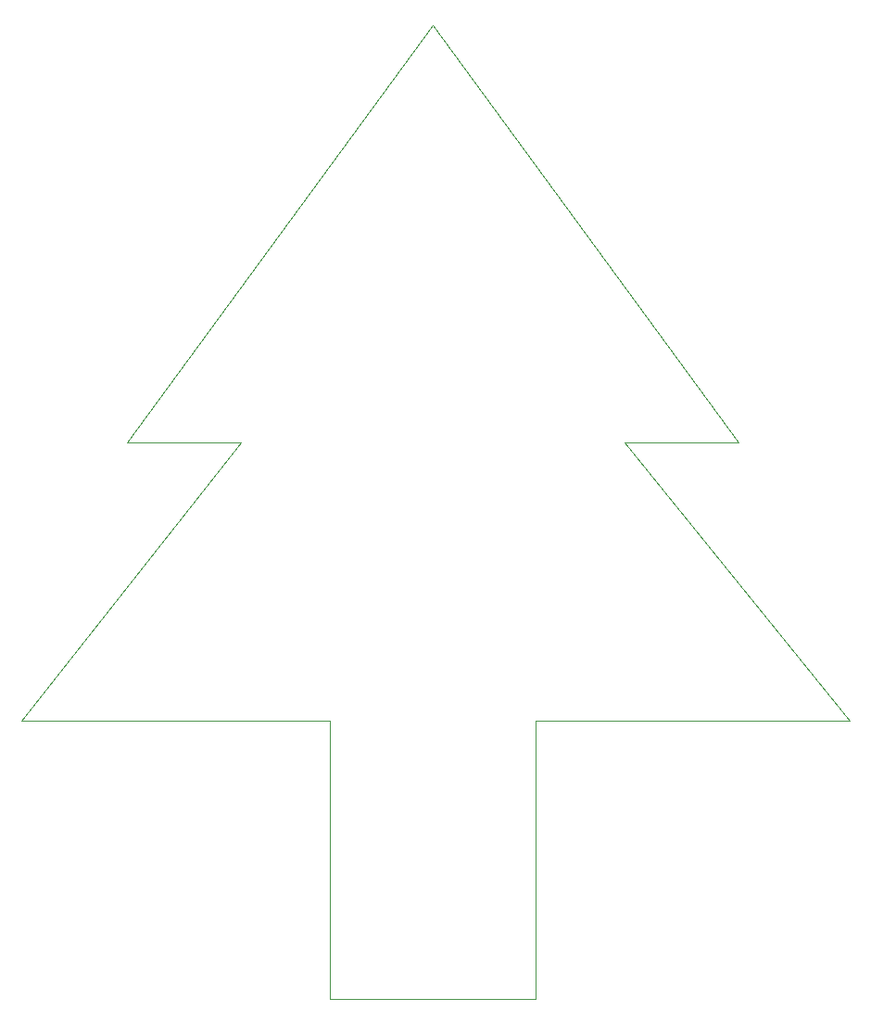
<source format=gm1>
%TF.GenerationSoftware,KiCad,Pcbnew,7.0.2-0*%
%TF.CreationDate,2024-07-21T16:06:54-04:00*%
%TF.ProjectId,Tree Ornanment 2024,54726565-204f-4726-9e61-6e6d656e7420,rev?*%
%TF.SameCoordinates,Original*%
%TF.FileFunction,Profile,NP*%
%FSLAX46Y46*%
G04 Gerber Fmt 4.6, Leading zero omitted, Abs format (unit mm)*
G04 Created by KiCad (PCBNEW 7.0.2-0) date 2024-07-21 16:06:54*
%MOMM*%
%LPD*%
G01*
G04 APERTURE LIST*
%TA.AperFunction,Profile*%
%ADD10C,0.100000*%
%TD*%
G04 APERTURE END LIST*
D10*
X102108000Y-127000000D02*
X130302000Y-127000000D01*
X167640000Y-101600000D02*
X139700000Y-63500000D01*
X149098000Y-127000000D02*
X177800000Y-127000000D01*
X102108000Y-127000000D02*
X122174000Y-101600000D01*
X122174000Y-101600000D02*
X111760000Y-101600000D01*
X167640000Y-101600000D02*
X157226000Y-101600000D01*
X111760000Y-101600000D02*
X139700000Y-63500000D01*
X130302000Y-152400000D02*
X149098000Y-152400000D01*
X149098000Y-152400000D02*
X149098000Y-127000000D01*
X130302000Y-127000000D02*
X130302000Y-152400000D01*
X177800000Y-127000000D02*
X157226000Y-101600000D01*
M02*

</source>
